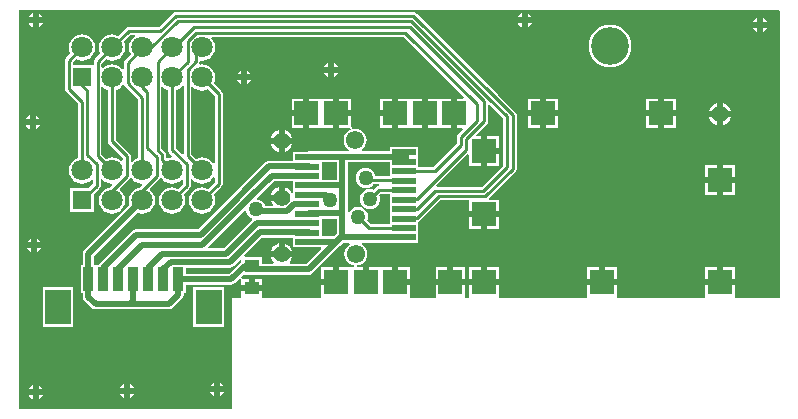
<source format=gtl>
%FSAX24Y24*%
%MOIN*%
G70*
G01*
G75*
G04 Layer_Physical_Order=1*
G04 Layer_Color=255*
%ADD10R,0.0787X0.0197*%
%ADD11R,0.0354X0.0787*%
%ADD12R,0.0512X0.0433*%
%ADD13C,0.0200*%
%ADD14C,0.0100*%
%ADD15C,0.0551*%
%ADD16R,0.0787X0.0787*%
%ADD17C,0.0610*%
%ADD18C,0.0709*%
%ADD19R,0.0639X0.0639*%
%ADD20R,0.0866X0.1181*%
%ADD21C,0.1260*%
%ADD22C,0.0300*%
%ADD23C,0.0500*%
G36*
X042831Y030971D02*
X042937Y030927D01*
X043050Y030912D01*
X043163Y030927D01*
X043250Y030963D01*
X043467Y030745D01*
Y028497D01*
X043420Y028481D01*
X043360Y028560D01*
X043269Y028629D01*
X043163Y028673D01*
X043050Y028688D01*
X042937Y028673D01*
X042850Y028637D01*
X042698Y028789D01*
Y031016D01*
X042743Y031038D01*
X042831Y030971D01*
D02*
G37*
G36*
X053067Y029995D02*
Y028405D01*
X052366Y027703D01*
X050870D01*
X050851Y027750D01*
X051900Y028798D01*
X051946Y028779D01*
Y028406D01*
X052340D01*
Y028900D01*
Y029394D01*
X052215D01*
X052196Y029440D01*
X052544Y029788D01*
X052572Y029831D01*
X052583Y029881D01*
Y030415D01*
X052629Y030434D01*
X053067Y029995D01*
D02*
G37*
G36*
X049316Y028358D02*
Y028085D01*
X049316D01*
Y028049D01*
X048826D01*
X048822Y028086D01*
X048788Y028166D01*
X048735Y028235D01*
X048666Y028288D01*
X048586Y028322D01*
X048500Y028333D01*
X048414Y028322D01*
X048334Y028288D01*
X048265Y028235D01*
X048212Y028166D01*
X048178Y028086D01*
X048167Y028000D01*
X048178Y027914D01*
X048212Y027834D01*
X048265Y027765D01*
X048334Y027712D01*
X048414Y027678D01*
X048500Y027667D01*
X048586Y027678D01*
X048666Y027712D01*
X048735Y027765D01*
X048750Y027784D01*
X048951D01*
Y027734D01*
X048900Y027724D01*
X048857Y027695D01*
X048770Y027607D01*
X048736Y027622D01*
X048650Y027633D01*
X048564Y027622D01*
X048484Y027588D01*
X048415Y027535D01*
X048362Y027466D01*
X048328Y027386D01*
X048317Y027300D01*
X048328Y027214D01*
X048362Y027134D01*
X048415Y027065D01*
X048484Y027012D01*
X048564Y026978D01*
X048650Y026967D01*
X048736Y026978D01*
X048816Y027012D01*
X048885Y027065D01*
X048938Y027134D01*
X048972Y027214D01*
X048983Y027300D01*
X048972Y027386D01*
X048957Y027420D01*
X049006Y027469D01*
X049316D01*
Y027413D01*
Y027098D01*
Y026783D01*
Y026474D01*
X048664D01*
X048557Y026580D01*
X048572Y026614D01*
X048583Y026700D01*
X048572Y026786D01*
X048538Y026866D01*
X048485Y026935D01*
X048416Y026988D01*
X048336Y027022D01*
X048250Y027033D01*
X048164Y027022D01*
X048084Y026988D01*
X048015Y026935D01*
X047962Y026866D01*
X047914Y026886D01*
Y028516D01*
X049316D01*
Y028358D01*
D02*
G37*
G36*
X040449Y031090D02*
X040472Y031056D01*
X040917Y030610D01*
Y028665D01*
X040831Y028629D01*
X040740Y028560D01*
X040714Y028526D01*
X040667Y028542D01*
Y028734D01*
X040657Y028785D01*
X040628Y028828D01*
X040183Y029274D01*
Y030935D01*
X040269Y030971D01*
X040360Y031040D01*
X040398Y031090D01*
X040406Y031091D01*
X040449Y031090D01*
D02*
G37*
G36*
X042433Y031058D02*
Y028805D01*
X042387Y028785D01*
X042183Y028990D01*
Y030935D01*
X042269Y030971D01*
X042360Y031040D01*
X042386Y031074D01*
X042433Y031058D01*
D02*
G37*
G36*
X041831Y030971D02*
X041917Y030935D01*
Y028935D01*
X041928Y028884D01*
X041956Y028841D01*
X042063Y028735D01*
X042046Y028688D01*
X041937Y028673D01*
X041888Y028653D01*
X041847Y028681D01*
Y028766D01*
X041837Y028816D01*
X041808Y028859D01*
X041698Y028969D01*
Y031016D01*
X041743Y031038D01*
X041831Y030971D01*
D02*
G37*
G36*
X039831D02*
X039917Y030935D01*
Y029219D01*
X039928Y029168D01*
X039956Y029125D01*
X040402Y028679D01*
Y028584D01*
X040357Y028562D01*
X040269Y028629D01*
X040163Y028673D01*
X040050Y028688D01*
X039937Y028673D01*
X039850Y028637D01*
X039698Y028789D01*
Y031016D01*
X039743Y031038D01*
X039831Y030971D01*
D02*
G37*
G36*
X044524Y026901D02*
X044528Y026864D01*
X044562Y026784D01*
X044615Y026715D01*
X044684Y026662D01*
X044720Y026647D01*
X044730Y026598D01*
X043786Y025654D01*
X043278D01*
X043259Y025700D01*
X044476Y026917D01*
X044524Y026901D01*
D02*
G37*
G36*
X046087Y025995D02*
Y025680D01*
X047006D01*
X047025Y025634D01*
X046524Y025134D01*
X045982D01*
X045966Y025181D01*
X045968Y025182D01*
X046028Y025261D01*
X046065Y025350D01*
X045335D01*
X045372Y025261D01*
X045432Y025182D01*
X045434Y025181D01*
X045418Y025134D01*
X045036D01*
Y025371D01*
X044483D01*
X044464Y025417D01*
X045048Y026000D01*
X046087D01*
Y025995D01*
D02*
G37*
G36*
X044347Y025258D02*
X044352Y025209D01*
X044344Y025204D01*
X043949Y024809D01*
X042517D01*
Y025004D01*
X042520Y025006D01*
X043978D01*
X044037Y025018D01*
X044048Y025020D01*
X044108Y025060D01*
X044318Y025270D01*
X044347Y025258D01*
D02*
G37*
G36*
X047546Y026156D02*
X047443Y026052D01*
X047035D01*
Y026310D01*
Y026625D01*
Y026630D01*
X047546D01*
Y026156D01*
D02*
G37*
G36*
Y027942D02*
X047035D01*
Y028200D01*
Y028520D01*
X047546D01*
Y027942D01*
D02*
G37*
G36*
X046087Y027570D02*
Y027514D01*
X046038Y027505D01*
X046028Y027529D01*
X045968Y027608D01*
X045889Y027668D01*
X045800Y027705D01*
Y027340D01*
X045700D01*
Y027240D01*
X045335D01*
X045372Y027150D01*
X045401Y027113D01*
X045379Y027068D01*
X045158D01*
X045138Y027116D01*
X045085Y027185D01*
X045016Y027238D01*
X044936Y027272D01*
X044899Y027276D01*
X044883Y027324D01*
X045450Y027890D01*
X046087D01*
Y027570D01*
D02*
G37*
G36*
X062300Y033548D02*
Y024000D01*
X060814D01*
Y024046D01*
X060814D01*
Y024440D01*
X059826D01*
Y024046D01*
X059826D01*
Y024035D01*
X059791Y024000D01*
X056874D01*
Y024046D01*
X056874D01*
Y024440D01*
X055886D01*
Y024046D01*
X055886D01*
Y024035D01*
X055851Y024000D01*
X052934D01*
Y024046D01*
X052934D01*
Y024440D01*
X051946D01*
Y024046D01*
X051946D01*
Y024035D01*
X051911Y024000D01*
X051824D01*
Y024046D01*
X051824D01*
Y024440D01*
X050836D01*
Y024046D01*
X050836D01*
Y024035D01*
X050801Y024000D01*
X049974D01*
Y024046D01*
X049974D01*
Y024440D01*
X049480D01*
Y024540D01*
X049380D01*
Y025034D01*
X048600D01*
Y024540D01*
X048400D01*
Y025034D01*
X048230D01*
X048227Y025084D01*
X048276Y025090D01*
X048369Y025129D01*
X048450Y025191D01*
X048512Y025271D01*
X048550Y025365D01*
X048564Y025465D01*
X048550Y025566D01*
X048512Y025659D01*
X048450Y025740D01*
X048377Y025796D01*
X048393Y025843D01*
X049316D01*
Y025838D01*
X050263D01*
Y026153D01*
Y026468D01*
Y026542D01*
X050294Y026563D01*
X050990Y027258D01*
X051946D01*
Y026880D01*
X052934D01*
Y027274D01*
X052631D01*
X052612Y027320D01*
X053494Y028202D01*
X053522Y028245D01*
X053533Y028295D01*
Y030105D01*
X053522Y030155D01*
X053494Y030198D01*
X052913Y030779D01*
X052904Y030793D01*
X050193Y033504D01*
X050150Y033532D01*
X050099Y033543D01*
X042171D01*
X042120Y033532D01*
X042077Y033504D01*
X041606Y033033D01*
X040600D01*
X040549Y033022D01*
X040506Y032994D01*
X040250Y032737D01*
X040163Y032773D01*
X040050Y032788D01*
X039937Y032773D01*
X039831Y032729D01*
X039740Y032660D01*
X039671Y032569D01*
X039627Y032463D01*
X039612Y032350D01*
X039627Y032237D01*
X039663Y032150D01*
X039472Y031959D01*
X039443Y031916D01*
X039433Y031866D01*
Y031750D01*
X038733D01*
Y031845D01*
X038850Y031963D01*
X038937Y031927D01*
X039050Y031912D01*
X039163Y031927D01*
X039269Y031971D01*
X039360Y032040D01*
X039429Y032131D01*
X039473Y032237D01*
X039488Y032350D01*
X039473Y032463D01*
X039429Y032569D01*
X039360Y032660D01*
X039269Y032729D01*
X039163Y032773D01*
X039050Y032788D01*
X038937Y032773D01*
X038831Y032729D01*
X038740Y032660D01*
X038671Y032569D01*
X038627Y032463D01*
X038612Y032350D01*
X038627Y032237D01*
X038663Y032150D01*
X038507Y031994D01*
X038478Y031951D01*
X038468Y031900D01*
Y030976D01*
X038478Y030926D01*
X038507Y030883D01*
X038917Y030472D01*
Y028665D01*
X038831Y028629D01*
X038740Y028560D01*
X038671Y028469D01*
X038627Y028363D01*
X038612Y028250D01*
X038627Y028137D01*
X038671Y028031D01*
X038740Y027940D01*
X038831Y027871D01*
X038937Y027827D01*
X039050Y027812D01*
X039163Y027827D01*
X039269Y027871D01*
X039357Y027938D01*
X039402Y027916D01*
Y027789D01*
X039262Y027650D01*
X038650D01*
Y026850D01*
X039450D01*
Y027462D01*
X039628Y027641D01*
X039657Y027684D01*
X039667Y027734D01*
Y027958D01*
X039714Y027974D01*
X039740Y027940D01*
X039831Y027871D01*
X039937Y027827D01*
X040046Y027812D01*
X040063Y027765D01*
X039976Y027678D01*
X039937Y027673D01*
X039831Y027629D01*
X039740Y027560D01*
X039671Y027469D01*
X039627Y027363D01*
X039612Y027250D01*
X039627Y027137D01*
X039671Y027031D01*
X039740Y026940D01*
X039831Y026871D01*
X039937Y026827D01*
X040050Y026812D01*
X040163Y026827D01*
X040269Y026871D01*
X040360Y026940D01*
X040429Y027031D01*
X040473Y027137D01*
X040488Y027250D01*
X040473Y027363D01*
X040429Y027469D01*
X040360Y027560D01*
X040318Y027592D01*
X040314Y027642D01*
X040628Y027956D01*
X040651Y027990D01*
X040694Y027991D01*
X040702Y027990D01*
X040740Y027940D01*
X040831Y027871D01*
X040937Y027827D01*
X041046Y027812D01*
X041063Y027765D01*
X040976Y027678D01*
X040937Y027673D01*
X040831Y027629D01*
X040740Y027560D01*
X040671Y027469D01*
X040627Y027363D01*
X040612Y027250D01*
X040627Y027137D01*
X040642Y027101D01*
X039130Y025590D01*
X039090Y025530D01*
X039088Y025518D01*
X039076Y025460D01*
Y025099D01*
X039003D01*
Y024151D01*
X039076D01*
Y024040D01*
X039088Y023982D01*
X039090Y023970D01*
X039130Y023910D01*
X039370Y023670D01*
X039430Y023630D01*
X039441Y023628D01*
X039500Y023616D01*
X041950D01*
X042009Y023628D01*
X042020Y023630D01*
X042080Y023670D01*
X042390Y023980D01*
X042429Y024040D01*
X042432Y024051D01*
X042443Y024110D01*
Y024151D01*
X042517D01*
Y024442D01*
X044025D01*
X044084Y024453D01*
X044095Y024456D01*
X044155Y024495D01*
X044298Y024638D01*
X044344Y024619D01*
Y024426D01*
X044600D01*
Y024643D01*
X044367D01*
X044348Y024689D01*
X044437Y024777D01*
X044769D01*
X044824Y024766D01*
X046600D01*
X046659Y024778D01*
X046670Y024780D01*
X046730Y024820D01*
X047649Y025739D01*
X047649Y025739D01*
X047752Y025843D01*
X047957D01*
X047973Y025796D01*
X047901Y025740D01*
X047839Y025659D01*
X047800Y025566D01*
X047787Y025465D01*
X047800Y025365D01*
X047839Y025271D01*
X047901Y025191D01*
X047981Y025129D01*
X048075Y025090D01*
X048123Y025084D01*
X048120Y025034D01*
X047620D01*
Y024540D01*
X047520D01*
Y024440D01*
X047026D01*
Y024046D01*
X047026D01*
Y024035D01*
X046991Y024000D01*
X045065D01*
X045056Y024009D01*
X045056Y024035D01*
X045056Y024035D01*
X045056D01*
Y024226D01*
X044344D01*
Y024035D01*
X044344Y024035D01*
X044344D01*
X044344Y024009D01*
X044335Y024000D01*
X044050D01*
Y020302D01*
X037002D01*
X036996Y020296D01*
X036950Y020315D01*
Y033600D01*
X062248D01*
X062300Y033548D01*
D02*
G37*
G36*
X040819Y032720D02*
X040740Y032660D01*
X040671Y032569D01*
X040627Y032463D01*
X040612Y032350D01*
X040627Y032237D01*
X040671Y032131D01*
X040672Y032129D01*
X040472Y031928D01*
X040443Y031885D01*
X040433Y031834D01*
Y031642D01*
X040386Y031626D01*
X040360Y031660D01*
X040269Y031729D01*
X040163Y031773D01*
X040050Y031788D01*
X039937Y031773D01*
X039831Y031729D01*
X039743Y031662D01*
X039698Y031684D01*
Y031811D01*
X039850Y031963D01*
X039937Y031927D01*
X040050Y031912D01*
X040163Y031927D01*
X040269Y031971D01*
X040360Y032040D01*
X040429Y032131D01*
X040473Y032237D01*
X040488Y032350D01*
X040473Y032463D01*
X040437Y032550D01*
X040655Y032767D01*
X040803D01*
X040819Y032720D01*
D02*
G37*
G36*
X051773Y030690D02*
X051754Y030644D01*
X051554D01*
Y030150D01*
Y029656D01*
X051718D01*
X051737Y029610D01*
X051576Y029450D01*
X051548Y029407D01*
X051537Y029356D01*
Y029156D01*
X050745Y028364D01*
X050263D01*
Y028714D01*
X050263D01*
Y029029D01*
X049911D01*
X049910Y029031D01*
X049839Y029045D01*
X049769Y029031D01*
X049767Y029029D01*
X049316D01*
Y028884D01*
X048382D01*
X048366Y028931D01*
X048430Y028980D01*
X048492Y029060D01*
X048531Y029154D01*
X048544Y029255D01*
X048531Y029355D01*
X048492Y029449D01*
X048430Y029529D01*
X048350Y029591D01*
X048256Y029630D01*
X048156Y029643D01*
X048055Y029630D01*
X048039Y029667D01*
X048039D01*
X048036Y029675D01*
D01*
X048014Y029729D01*
Y030050D01*
X047620D01*
Y029656D01*
X047991D01*
X047992Y029653D01*
D01*
X048001Y029607D01*
X047961Y029591D01*
X047881Y029529D01*
X047819Y029449D01*
X047780Y029355D01*
X047767Y029255D01*
X047780Y029154D01*
X047819Y029060D01*
X047881Y028980D01*
X047945Y028931D01*
X047929Y028884D01*
X047700D01*
X047682Y028880D01*
X047646Y028887D01*
X046611D01*
X046541Y028873D01*
X046539Y028872D01*
X046087D01*
Y028572D01*
X045289D01*
X045218Y028558D01*
X045199Y028545D01*
X045159Y028518D01*
X044438Y027798D01*
X044426Y027790D01*
X044010Y027374D01*
X044002Y027362D01*
X042924Y026284D01*
X040850D01*
X040791Y026272D01*
X040780Y026270D01*
X040720Y026230D01*
X039630Y025140D01*
X039603Y025099D01*
X039443D01*
Y025384D01*
X040901Y026842D01*
X040937Y026827D01*
X041050Y026812D01*
X041163Y026827D01*
X041269Y026871D01*
X041360Y026940D01*
X041429Y027031D01*
X041473Y027137D01*
X041488Y027250D01*
X041473Y027363D01*
X041429Y027469D01*
X041360Y027560D01*
X041318Y027592D01*
X041314Y027642D01*
X041628Y027956D01*
X041651Y027990D01*
X041694Y027991D01*
X041702Y027990D01*
X041740Y027940D01*
X041831Y027871D01*
X041937Y027827D01*
X042050Y027812D01*
X042163Y027827D01*
X042269Y027871D01*
X042357Y027938D01*
X042402Y027916D01*
Y027789D01*
X042250Y027637D01*
X042163Y027673D01*
X042050Y027688D01*
X041937Y027673D01*
X041831Y027629D01*
X041740Y027560D01*
X041671Y027469D01*
X041627Y027363D01*
X041612Y027250D01*
X041627Y027137D01*
X041671Y027031D01*
X041740Y026940D01*
X041831Y026871D01*
X041937Y026827D01*
X042050Y026812D01*
X042163Y026827D01*
X042269Y026871D01*
X042360Y026940D01*
X042429Y027031D01*
X042473Y027137D01*
X042488Y027250D01*
X042473Y027363D01*
X042437Y027450D01*
X042628Y027641D01*
X042657Y027684D01*
X042667Y027734D01*
Y027958D01*
X042714Y027974D01*
X042740Y027940D01*
X042831Y027871D01*
X042937Y027827D01*
X043050Y027812D01*
X043163Y027827D01*
X043269Y027871D01*
X043360Y027940D01*
X043420Y028019D01*
X043467Y028003D01*
Y027855D01*
X043250Y027637D01*
X043163Y027673D01*
X043050Y027688D01*
X042937Y027673D01*
X042831Y027629D01*
X042740Y027560D01*
X042671Y027469D01*
X042627Y027363D01*
X042612Y027250D01*
X042627Y027137D01*
X042671Y027031D01*
X042740Y026940D01*
X042831Y026871D01*
X042937Y026827D01*
X043050Y026812D01*
X043163Y026827D01*
X043269Y026871D01*
X043360Y026940D01*
X043429Y027031D01*
X043473Y027137D01*
X043488Y027250D01*
X043473Y027363D01*
X043437Y027450D01*
X043694Y027706D01*
X043722Y027749D01*
X043733Y027800D01*
Y030800D01*
X043722Y030851D01*
X043694Y030894D01*
X043437Y031150D01*
X043473Y031237D01*
X043488Y031350D01*
X043473Y031463D01*
X043429Y031569D01*
X043360Y031660D01*
X043269Y031729D01*
X043163Y031773D01*
X043050Y031788D01*
X042978Y031779D01*
X042952Y031821D01*
X042957Y031830D01*
X042967Y031880D01*
Y031885D01*
X043005Y031918D01*
X043050Y031912D01*
X043163Y031927D01*
X043269Y031971D01*
X043360Y032040D01*
X043429Y032131D01*
X043473Y032237D01*
X043488Y032350D01*
X043473Y032463D01*
X043429Y032569D01*
X043362Y032657D01*
X043384Y032702D01*
X049761D01*
X051773Y030690D01*
D02*
G37*
%LPC*%
G36*
X045600Y025815D02*
X045511Y025778D01*
X045432Y025718D01*
X045372Y025639D01*
X045335Y025550D01*
X045600D01*
Y025815D01*
D02*
G37*
G36*
X037350Y025984D02*
X037270Y025930D01*
X037216Y025850D01*
X037350D01*
Y025984D01*
D02*
G37*
G36*
X037600Y033484D02*
Y033350D01*
X037734D01*
X037680Y033430D01*
X037600Y033484D01*
D02*
G37*
G36*
X045800Y025815D02*
Y025550D01*
X046065D01*
X046028Y025639D01*
X045968Y025718D01*
X045889Y025778D01*
X045800Y025815D01*
D02*
G37*
G36*
X053900Y033484D02*
Y033350D01*
X054034D01*
X053980Y033430D01*
X053900Y033484D01*
D02*
G37*
G36*
X060814Y025034D02*
X060420D01*
Y024640D01*
X060814D01*
Y025034D01*
D02*
G37*
G36*
X060220D02*
X059826D01*
Y024640D01*
X060220D01*
Y025034D01*
D02*
G37*
G36*
X037684Y025650D02*
X037550D01*
Y025516D01*
X037630Y025570D01*
X037684Y025650D01*
D02*
G37*
G36*
X037350D02*
X037216D01*
X037270Y025570D01*
X037350Y025516D01*
Y025650D01*
D02*
G37*
G36*
X053700Y033484D02*
X053620Y033430D01*
X053566Y033350D01*
X053700D01*
Y033484D01*
D02*
G37*
G36*
X037550Y025984D02*
Y025850D01*
X037684D01*
X037630Y025930D01*
X037550Y025984D01*
D02*
G37*
G36*
X045600Y027705D02*
X045511Y027668D01*
X045432Y027608D01*
X045372Y027529D01*
X045335Y027440D01*
X045600D01*
Y027705D01*
D02*
G37*
G36*
X060814Y027820D02*
X060420D01*
Y027426D01*
X060814D01*
Y027820D01*
D02*
G37*
G36*
X061550Y033334D02*
X061470Y033280D01*
X061416Y033200D01*
X061550D01*
Y033334D01*
D02*
G37*
G36*
X060220Y028414D02*
X059826D01*
Y028020D01*
X060220D01*
Y028414D01*
D02*
G37*
G36*
X054034Y033150D02*
X053900D01*
Y033016D01*
X053980Y033070D01*
X054034Y033150D01*
D02*
G37*
G36*
X052340Y026680D02*
X051946D01*
Y026286D01*
X052340D01*
Y026680D01*
D02*
G37*
G36*
X037400Y033484D02*
X037320Y033430D01*
X037266Y033350D01*
X037400D01*
Y033484D01*
D02*
G37*
G36*
X052934Y026680D02*
X052540D01*
Y026286D01*
X052934D01*
Y026680D01*
D02*
G37*
G36*
X060220Y027820D02*
X059826D01*
Y027426D01*
X060220D01*
Y027820D01*
D02*
G37*
G36*
X061750Y033334D02*
Y033200D01*
X061884D01*
X061830Y033280D01*
X061750Y033334D01*
D02*
G37*
G36*
X037600Y021084D02*
Y020950D01*
X037734D01*
X037680Y021030D01*
X037600Y021084D01*
D02*
G37*
G36*
X037400D02*
X037320Y021030D01*
X037266Y020950D01*
X037400D01*
Y021084D01*
D02*
G37*
G36*
X040450Y021134D02*
X040370Y021080D01*
X040316Y021000D01*
X040450D01*
Y021134D01*
D02*
G37*
G36*
X043450Y021184D02*
X043370Y021130D01*
X043316Y021050D01*
X043450D01*
Y021184D01*
D02*
G37*
G36*
X040650Y021134D02*
Y021000D01*
X040784D01*
X040730Y021080D01*
X040650Y021134D01*
D02*
G37*
G36*
X043784Y020850D02*
X043650D01*
Y020716D01*
X043730Y020770D01*
X043784Y020850D01*
D02*
G37*
G36*
X037734Y020750D02*
X037600D01*
Y020616D01*
X037680Y020670D01*
X037734Y020750D01*
D02*
G37*
G36*
X037400D02*
X037266D01*
X037320Y020670D01*
X037400Y020616D01*
Y020750D01*
D02*
G37*
G36*
X040450Y020800D02*
X040316D01*
X040370Y020720D01*
X040450Y020666D01*
Y020800D01*
D02*
G37*
G36*
X043450Y020850D02*
X043316D01*
X043370Y020770D01*
X043450Y020716D01*
Y020850D01*
D02*
G37*
G36*
X040784Y020800D02*
X040650D01*
Y020666D01*
X040730Y020720D01*
X040784Y020800D01*
D02*
G37*
G36*
X043650Y021184D02*
Y021050D01*
X043784D01*
X043730Y021130D01*
X043650Y021184D01*
D02*
G37*
G36*
X052340Y025034D02*
X051946D01*
Y024640D01*
X052340D01*
Y025034D01*
D02*
G37*
G36*
X051824D02*
X051430D01*
Y024640D01*
X051824D01*
Y025034D01*
D02*
G37*
G36*
X052934D02*
X052540D01*
Y024640D01*
X052934D01*
Y025034D01*
D02*
G37*
G36*
X056874D02*
X056480D01*
Y024640D01*
X056874D01*
Y025034D01*
D02*
G37*
G36*
X056280D02*
X055886D01*
Y024640D01*
X056280D01*
Y025034D01*
D02*
G37*
G36*
X051230D02*
X050836D01*
Y024640D01*
X051230D01*
Y025034D01*
D02*
G37*
G36*
X043783Y024371D02*
X042757D01*
Y023029D01*
X043783D01*
Y024371D01*
D02*
G37*
G36*
X038763D02*
X037737D01*
Y023029D01*
X038763D01*
Y024371D01*
D02*
G37*
G36*
X045056Y024643D02*
X044800D01*
Y024426D01*
X045056D01*
Y024643D01*
D02*
G37*
G36*
X049974Y025034D02*
X049580D01*
Y024640D01*
X049974D01*
Y025034D01*
D02*
G37*
G36*
X047420D02*
X047026D01*
Y024640D01*
X047420D01*
Y025034D01*
D02*
G37*
G36*
X060814Y028414D02*
X060420D01*
Y028020D01*
X060814D01*
Y028414D01*
D02*
G37*
G36*
X054310Y030644D02*
X053916D01*
Y030250D01*
X054310D01*
Y030644D01*
D02*
G37*
G36*
X049380D02*
X048986D01*
Y030250D01*
X049380D01*
Y030644D01*
D02*
G37*
G36*
X054904D02*
X054510D01*
Y030250D01*
X054904D01*
Y030644D01*
D02*
G37*
G36*
X058844D02*
X058450D01*
Y030250D01*
X058844D01*
Y030644D01*
D02*
G37*
G36*
X058250D02*
X057856D01*
Y030250D01*
X058250D01*
Y030644D01*
D02*
G37*
G36*
X048014D02*
X047620D01*
Y030250D01*
X048014D01*
Y030644D01*
D02*
G37*
G36*
X037500Y030084D02*
Y029950D01*
X037634D01*
X037580Y030030D01*
X037500Y030084D01*
D02*
G37*
G36*
X037300D02*
X037220Y030030D01*
X037166Y029950D01*
X037300D01*
Y030084D01*
D02*
G37*
G36*
X060221Y030486D02*
X060131Y030449D01*
X060053Y030389D01*
X059993Y030310D01*
X059956Y030221D01*
X060221D01*
Y030486D01*
D02*
G37*
G36*
X046430Y030644D02*
X046036D01*
Y030250D01*
X046430D01*
Y030644D01*
D02*
G37*
G36*
X060421Y030486D02*
Y030221D01*
X060686D01*
X060649Y030310D01*
X060589Y030389D01*
X060510Y030449D01*
X060421Y030486D01*
D02*
G37*
G36*
X044550Y031584D02*
Y031450D01*
X044684D01*
X044630Y031530D01*
X044550Y031584D01*
D02*
G37*
G36*
X044350D02*
X044270Y031530D01*
X044216Y031450D01*
X044350D01*
Y031584D01*
D02*
G37*
G36*
X056650Y033113D02*
X056511Y033100D01*
X056377Y033059D01*
X056254Y032993D01*
X056146Y032904D01*
X056057Y032796D01*
X055991Y032673D01*
X055950Y032539D01*
X055937Y032400D01*
X055950Y032261D01*
X055991Y032127D01*
X056057Y032004D01*
X056146Y031896D01*
X056254Y031807D01*
X056377Y031741D01*
X056511Y031700D01*
X056650Y031687D01*
X056789Y031700D01*
X056923Y031741D01*
X057046Y031807D01*
X057154Y031896D01*
X057243Y032004D01*
X057309Y032127D01*
X057350Y032261D01*
X057363Y032400D01*
X057350Y032539D01*
X057309Y032673D01*
X057243Y032796D01*
X057154Y032904D01*
X057046Y032993D01*
X056923Y033059D01*
X056789Y033100D01*
X056650Y033113D01*
D02*
G37*
G36*
X047450Y031834D02*
Y031700D01*
X047584D01*
X047530Y031780D01*
X047450Y031834D01*
D02*
G37*
G36*
X047250D02*
X047170Y031780D01*
X047116Y031700D01*
X047250D01*
Y031834D01*
D02*
G37*
G36*
X047584Y031500D02*
X047450D01*
Y031366D01*
X047530Y031420D01*
X047584Y031500D01*
D02*
G37*
G36*
X050009Y030644D02*
Y030644D01*
X049976Y030644D01*
X049975D01*
X049974D01*
X049941Y030644D01*
X049941Y030644D01*
Y030644D01*
X049580D01*
Y030150D01*
Y029656D01*
X049941D01*
X049941Y029656D01*
Y029656D01*
X049974Y029656D01*
X049975D01*
X049976D01*
X050009Y029656D01*
X050009Y029656D01*
Y029656D01*
X050370D01*
Y030150D01*
Y030644D01*
X050009D01*
X050009Y030644D01*
D02*
G37*
G36*
X047059D02*
Y030644D01*
X047026Y030644D01*
X047025D01*
X047024D01*
X046991Y030644D01*
X046991Y030644D01*
Y030644D01*
X046630D01*
Y030150D01*
Y029656D01*
X046991D01*
X046991Y029656D01*
Y029656D01*
X047024Y029656D01*
X047025D01*
X047026D01*
X047059Y029656D01*
X047059Y029656D01*
Y029656D01*
X047420D01*
Y030150D01*
Y030644D01*
X047059D01*
X047059Y030644D01*
D02*
G37*
G36*
X044350Y031250D02*
X044216D01*
X044270Y031170D01*
X044350Y031116D01*
Y031250D01*
D02*
G37*
G36*
X047250Y031500D02*
X047116D01*
X047170Y031420D01*
X047250Y031366D01*
Y031500D01*
D02*
G37*
G36*
X044684Y031250D02*
X044550D01*
Y031116D01*
X044630Y031170D01*
X044684Y031250D01*
D02*
G37*
G36*
X046065Y029130D02*
X045800D01*
Y028865D01*
X045889Y028902D01*
X045968Y028962D01*
X046028Y029041D01*
X046065Y029130D01*
D02*
G37*
G36*
X045600D02*
X045335D01*
X045372Y029041D01*
X045432Y028962D01*
X045511Y028902D01*
X045600Y028865D01*
Y029130D01*
D02*
G37*
G36*
X052934Y029394D02*
X052540D01*
Y029000D01*
X052934D01*
Y029394D01*
D02*
G37*
G36*
X045800Y029595D02*
Y029330D01*
X046065D01*
X046028Y029419D01*
X045968Y029498D01*
X045889Y029558D01*
X045800Y029595D01*
D02*
G37*
G36*
X045600D02*
X045511Y029558D01*
X045432Y029498D01*
X045372Y029419D01*
X045335Y029330D01*
X045600D01*
Y029595D01*
D02*
G37*
G36*
X061550Y033000D02*
X061416D01*
X061470Y032920D01*
X061550Y032866D01*
Y033000D01*
D02*
G37*
G36*
X037734Y033150D02*
X037600D01*
Y033016D01*
X037680Y033070D01*
X037734Y033150D01*
D02*
G37*
G36*
X053700D02*
X053566D01*
X053620Y033070D01*
X053700Y033016D01*
Y033150D01*
D02*
G37*
G36*
X052934Y028800D02*
X052540D01*
Y028406D01*
X052934D01*
Y028800D01*
D02*
G37*
G36*
X061884Y033000D02*
X061750D01*
Y032866D01*
X061830Y032920D01*
X061884Y033000D01*
D02*
G37*
G36*
X037400Y033150D02*
X037266D01*
X037320Y033070D01*
X037400Y033016D01*
Y033150D01*
D02*
G37*
G36*
X058250Y030050D02*
X057856D01*
Y029656D01*
X058250D01*
Y030050D01*
D02*
G37*
G36*
X054904D02*
X054510D01*
Y029656D01*
X054904D01*
Y030050D01*
D02*
G37*
G36*
X058844D02*
X058450D01*
Y029656D01*
X058844D01*
Y030050D01*
D02*
G37*
G36*
X060686Y030021D02*
X060421D01*
Y029756D01*
X060510Y029793D01*
X060589Y029853D01*
X060649Y029931D01*
X060686Y030021D01*
D02*
G37*
G36*
X060221D02*
X059956D01*
X059993Y029931D01*
X060053Y029853D01*
X060131Y029793D01*
X060221Y029756D01*
Y030021D01*
D02*
G37*
G36*
X054310Y030050D02*
X053916D01*
Y029656D01*
X054310D01*
Y030050D01*
D02*
G37*
G36*
X037634Y029750D02*
X037500D01*
Y029616D01*
X037580Y029670D01*
X037634Y029750D01*
D02*
G37*
G36*
X037300D02*
X037166D01*
X037220Y029670D01*
X037300Y029616D01*
Y029750D01*
D02*
G37*
G36*
X046430Y030050D02*
X046036D01*
Y029656D01*
X046430D01*
Y030050D01*
D02*
G37*
G36*
X051354Y030644D02*
X050570D01*
Y030150D01*
Y029656D01*
X051354D01*
Y030150D01*
Y030644D01*
D02*
G37*
G36*
X049380Y030050D02*
X048986D01*
Y029656D01*
X049380D01*
Y030050D01*
D02*
G37*
%LPD*%
D10*
X049789Y028851D02*
D03*
X049789Y028536D02*
D03*
Y028221D02*
D03*
X049789Y027906D02*
D03*
Y027591D02*
D03*
Y027276D02*
D03*
Y026961D02*
D03*
Y026646D02*
D03*
Y026331D02*
D03*
Y026016D02*
D03*
X046561Y025859D02*
D03*
Y026174D02*
D03*
Y026489D02*
D03*
Y026804D02*
D03*
Y027119D02*
D03*
Y027434D02*
D03*
Y027749D02*
D03*
X046561Y028064D02*
D03*
Y028379D02*
D03*
X046561Y028694D02*
D03*
D11*
X039260Y024625D02*
D03*
X039760D02*
D03*
X040260D02*
D03*
X040760D02*
D03*
X041260D02*
D03*
X041760D02*
D03*
X042260D02*
D03*
D12*
X044700Y024326D02*
D03*
Y025074D02*
D03*
D13*
X047676Y026026D02*
X047730Y026080D01*
X044560Y027660D02*
X045289Y028389D01*
X044556Y027660D02*
X044560D01*
X044140Y027244D02*
X044556Y027660D01*
X044140Y027240D02*
Y027244D01*
X043000Y026100D02*
X044140Y027240D01*
X044420Y027128D02*
X044672Y027380D01*
X044420Y027120D02*
Y027128D01*
X044672Y027380D02*
X044680D01*
X045289Y028389D02*
X046611D01*
X045374Y028074D02*
X046611D01*
X044680Y027380D02*
X045374Y028074D01*
X043050Y025750D02*
X044420Y027120D01*
X042752Y025750D02*
X043050D01*
X046561Y027444D02*
X046611D01*
X047166Y027434D02*
X047300Y027300D01*
Y027250D02*
Y027300D01*
X047646Y028704D02*
X047730Y028620D01*
Y026080D02*
Y028620D01*
X046561Y027434D02*
X047166D01*
X046611Y027759D02*
X047659D01*
X044891Y026499D02*
X046611D01*
X043862Y025470D02*
X044891Y026499D01*
X044972Y026184D02*
X046611D01*
X043978Y025190D02*
X044972Y026184D01*
X046600Y024950D02*
X047519Y025869D01*
X044824Y024950D02*
X046600D01*
X044700Y025074D02*
X044824Y024950D01*
X040850Y026100D02*
X043000D01*
X046611Y028704D02*
X047646D01*
X049696Y028700D02*
X049839Y028557D01*
X047700Y028700D02*
X049696D01*
X047676Y026026D02*
X049839D01*
X047519Y025869D02*
X047676Y026026D01*
X049839Y028557D02*
X049850D01*
X049839D02*
Y028861D01*
Y028546D02*
X049850Y028557D01*
X046611Y026814D02*
X047686D01*
X046611Y025869D02*
X047519D01*
X044474Y025074D02*
X044700D01*
X044025Y024625D02*
X044474Y025074D01*
X042260Y024625D02*
X044025D01*
X042520Y025190D02*
X043978D01*
X042636Y025470D02*
X043862D01*
X039760Y025010D02*
X040850Y026100D01*
X042260Y024110D02*
Y024625D01*
X041950Y023800D02*
X042260Y024110D01*
X040650Y023800D02*
X041950D01*
X039260Y025460D02*
X041050Y027250D01*
X039260Y024625D02*
Y025460D01*
X040760Y023910D02*
Y024625D01*
X040650Y023800D02*
X040760Y023910D01*
X039500Y023800D02*
X040650D01*
X039260Y024040D02*
X039500Y023800D01*
X039260Y024040D02*
Y024625D01*
X041059Y025759D02*
X042744D01*
X040260Y024960D02*
X041059Y025759D01*
X041729Y025479D02*
X042628D01*
X041260Y025010D02*
X041729Y025479D01*
X042008Y025199D02*
X042512D01*
X041760Y024951D02*
X042008Y025199D01*
X039760Y024625D02*
Y025010D01*
X040260Y024625D02*
Y024960D01*
X042744Y025759D02*
X042752Y025750D01*
X042628Y025479D02*
X042636Y025470D01*
X042512Y025199D02*
X042520Y025190D01*
X041760Y024625D02*
Y024951D01*
X041260Y024625D02*
Y025010D01*
X046129Y027119D02*
X046561D01*
X045895Y026884D02*
X046129Y027119D01*
X044916Y026884D02*
X045895D01*
X046561Y027129D02*
X046611D01*
X044850Y026950D02*
X044916Y026884D01*
D14*
X048250Y026700D02*
X048609Y026341D01*
X043600Y027800D02*
Y030800D01*
X043050Y027250D02*
X043600Y027800D01*
X052200Y029886D02*
Y030450D01*
X051670Y029356D02*
X052200Y029886D01*
X052450Y029881D02*
Y030550D01*
X051850Y029281D02*
X052450Y029881D01*
X050200Y027286D02*
X051850Y028936D01*
Y029281D01*
X051670Y029101D02*
Y029356D01*
X050800Y028231D02*
X051670Y029101D01*
X052810Y030695D02*
X053400Y030105D01*
Y028295D02*
Y030105D01*
X053200Y028350D02*
Y030050D01*
X052630Y030620D02*
X053200Y030050D01*
X052630Y030620D02*
Y030625D01*
X042849Y032834D02*
X049816D01*
X049839Y028231D02*
X050800D01*
X049816Y032834D02*
X052200Y030450D01*
X042775Y033014D02*
X049986D01*
X052450Y030550D01*
X042111Y032350D02*
X042775Y033014D01*
X049839Y027286D02*
X050200D01*
X042245Y033230D02*
X050025D01*
X042171Y033410D02*
X050099D01*
X041365Y032350D02*
X042245Y033230D01*
X050025D02*
X052630Y030625D01*
X041660Y032900D02*
X042171Y033410D01*
X050099D02*
X052810Y030699D01*
Y030695D02*
Y030699D01*
X050200Y026971D02*
X050800Y027571D01*
X052421D02*
X053200Y028350D01*
X052495Y027391D02*
X053400Y028295D01*
X050935Y027391D02*
X052495D01*
X050200Y026656D02*
X050935Y027391D01*
X050800Y027571D02*
X052421D01*
X049839Y026656D02*
X050200D01*
X049839Y026971D02*
X050200D01*
X048609Y026341D02*
X049839D01*
X040050Y032350D02*
X040600Y032900D01*
X041660D01*
X042566Y031866D02*
Y032551D01*
X042849Y032834D01*
X042050Y031350D02*
X042566Y031866D01*
X041566D02*
X042050Y032350D01*
X041050D02*
X041365D01*
X042835Y031880D02*
Y032135D01*
X042566Y031611D02*
X042835Y031880D01*
X042050Y032350D02*
X042111D01*
X042835Y032135D02*
X043050Y032350D01*
X048650Y027300D02*
X048951Y027601D01*
X049839D01*
X048500Y028000D02*
X048584Y027916D01*
X049839D01*
X042566Y028734D02*
Y031611D01*
X039566Y031866D02*
X040050Y032350D01*
X039566Y028734D02*
Y031866D01*
X038600Y031900D02*
X039050Y032350D01*
X038600Y030976D02*
Y031900D01*
Y030976D02*
X039050Y030527D01*
X039230Y028755D02*
Y030900D01*
X039050Y031080D02*
X039230Y030900D01*
X039050Y028250D02*
Y030527D01*
X039230Y028755D02*
X039534Y028451D01*
X039050Y031080D02*
Y031350D01*
Y027250D02*
X039534Y027734D01*
Y028451D01*
X039566Y028734D02*
X040050Y028250D01*
Y029219D02*
X040534Y028734D01*
X040050Y029219D02*
Y031350D01*
X040566Y031149D02*
X041050Y030665D01*
X040566Y031149D02*
Y031834D01*
X041050Y032319D01*
X040534Y028049D02*
Y028734D01*
X040050Y027565D02*
X040534Y028049D01*
X040050Y027250D02*
Y027565D01*
X041050Y032319D02*
Y032350D01*
X041230Y028995D02*
Y030866D01*
X041050Y031046D02*
X041230Y030866D01*
X041050Y028250D02*
Y030665D01*
X041230Y028995D02*
X041534Y028691D01*
X041050Y031046D02*
Y031350D01*
X041566Y028914D02*
Y031866D01*
X041714Y028586D02*
Y028766D01*
X041566Y028914D02*
X041714Y028766D01*
X041534Y028049D02*
Y028691D01*
X041714Y028586D02*
X042050Y028250D01*
X041050Y027565D02*
X041534Y028049D01*
X041050Y027250D02*
Y027565D01*
X042050Y028935D02*
X042534Y028451D01*
X042050Y028935D02*
Y031350D01*
X042566Y028734D02*
X043050Y028250D01*
X042534Y027734D02*
Y028451D01*
X042050Y027250D02*
X042534Y027734D01*
X043050Y031350D02*
X043600Y030800D01*
D15*
X045700Y025450D02*
D03*
X060321Y030121D02*
D03*
X045700Y029230D02*
D03*
Y027340D02*
D03*
D16*
X051454Y030150D02*
D03*
X048500Y024540D02*
D03*
X052440D02*
D03*
X056380D02*
D03*
X049480D02*
D03*
X051330D02*
D03*
X060320D02*
D03*
X052440Y026780D02*
D03*
Y028900D02*
D03*
X054410Y030150D02*
D03*
X058350D02*
D03*
X060320Y027920D02*
D03*
X050470Y030150D02*
D03*
X049480D02*
D03*
X047520D02*
D03*
X046530D02*
D03*
X047520Y024540D02*
D03*
D17*
X048175Y025465D02*
D03*
X048156Y029255D02*
D03*
D18*
X039050Y028250D02*
D03*
X040050D02*
D03*
X041050D02*
D03*
X042050D02*
D03*
X043050D02*
D03*
Y027250D02*
D03*
X042050D02*
D03*
X041050D02*
D03*
X040050D02*
D03*
X039050Y032350D02*
D03*
X040050D02*
D03*
X041050D02*
D03*
X042050D02*
D03*
X043050D02*
D03*
Y031350D02*
D03*
X042050D02*
D03*
X041050D02*
D03*
X040050D02*
D03*
D19*
X039050Y027250D02*
D03*
Y031350D02*
D03*
D20*
X038250Y023700D02*
D03*
X043270D02*
D03*
D21*
X056650Y032400D02*
D03*
D22*
X047350Y031600D02*
D03*
X044450Y031350D02*
D03*
X061650Y033100D02*
D03*
X053800Y033250D02*
D03*
X037500D02*
D03*
X037400Y029850D02*
D03*
X037450Y025750D02*
D03*
X037500Y020850D02*
D03*
X040550Y020900D02*
D03*
X043550Y020950D02*
D03*
D23*
X048250Y026700D02*
D03*
X047300Y027250D02*
D03*
X044850Y026950D02*
D03*
X048650Y027300D02*
D03*
X048500Y028000D02*
D03*
M02*

</source>
